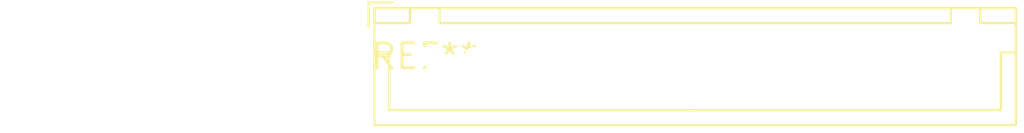
<source format=kicad_pcb>
(kicad_pcb (version 20240108) (generator pcbnew)
  (layers (0 "F.Cu" signal) (31 "B.Cu" signal) (34 "B.Paste" user) (35 "F.Paste" user) (36 "B.SilkS" user "B.Silkscreen") (37 "F.SilkS" user "F.Silkscreen") (38 "B.Mask" user) (39 "F.Mask" user) (44 "Edge.Cuts" user))
  (net 0 "")
  (footprint "JST_XH_B12B-XH-A_1x12_P2.50mm_Vertical" (layer "F.Cu") (at 0 0)
    (property "Reference" "REF**")
    (property "Value" "JST_XH_B12B-XH-A_1x12_P2.50mm_Vertical")
    (fp_line (start -2.85 -2.75) (end -2.85 -1.5) (layer "F.SilkS") (stroke (width 0.12)))
    (fp_line (start -2.56 -2.46) (end -2.56 3.51) (layer "F.SilkS") (stroke (width 0.12)))
    (fp_line (start -2.56 3.51) (end 30.06 3.51) (layer "F.SilkS") (stroke (width 0.12)))
    (fp_line (start -2.55 -2.45) (end -2.55 -1.7) (layer "F.SilkS") (stroke (width 0.12)))
    (fp_line (start -2.55 -1.7) (end -0.75 -1.7) (layer "F.SilkS") (stroke (width 0.12)))
    (fp_line (start -2.55 -0.2) (end -1.8 -0.2) (layer "F.SilkS") (stroke (width 0.12)))
    (fp_line (start -1.8 -0.2) (end -1.8 2.75) (layer "F.SilkS") (stroke (width 0.12)))
    (fp_line (start -1.8 2.75) (end 13.75 2.75) (layer "F.SilkS") (stroke (width 0.12)))
    (fp_line (start -1.6 -2.75) (end -2.85 -2.75) (layer "F.SilkS") (stroke (width 0.12)))
    (fp_line (start -0.75 -2.45) (end -2.55 -2.45) (layer "F.SilkS") (stroke (width 0.12)))
    (fp_line (start -0.75 -1.7) (end -0.75 -2.45) (layer "F.SilkS") (stroke (width 0.12)))
    (fp_line (start 0.75 -2.45) (end 0.75 -1.7) (layer "F.SilkS") (stroke (width 0.12)))
    (fp_line (start 0.75 -1.7) (end 26.75 -1.7) (layer "F.SilkS") (stroke (width 0.12)))
    (fp_line (start 26.75 -2.45) (end 0.75 -2.45) (layer "F.SilkS") (stroke (width 0.12)))
    (fp_line (start 26.75 -1.7) (end 26.75 -2.45) (layer "F.SilkS") (stroke (width 0.12)))
    (fp_line (start 28.25 -2.45) (end 28.25 -1.7) (layer "F.SilkS") (stroke (width 0.12)))
    (fp_line (start 28.25 -1.7) (end 30.05 -1.7) (layer "F.SilkS") (stroke (width 0.12)))
    (fp_line (start 29.3 -0.2) (end 29.3 2.75) (layer "F.SilkS") (stroke (width 0.12)))
    (fp_line (start 29.3 2.75) (end 13.75 2.75) (layer "F.SilkS") (stroke (width 0.12)))
    (fp_line (start 30.05 -2.45) (end 28.25 -2.45) (layer "F.SilkS") (stroke (width 0.12)))
    (fp_line (start 30.05 -1.7) (end 30.05 -2.45) (layer "F.SilkS") (stroke (width 0.12)))
    (fp_line (start 30.05 -0.2) (end 29.3 -0.2) (layer "F.SilkS") (stroke (width 0.12)))
    (fp_line (start 30.06 -2.46) (end -2.56 -2.46) (layer "F.SilkS") (stroke (width 0.12)))
    (fp_line (start 30.06 3.51) (end 30.06 -2.46) (layer "F.SilkS") (stroke (width 0.12)))
    (pad "1" thru_hole roundrect (at 0 0) (size 1.7 1.95) (drill 0.95) (layers *.Cu *.Mask) (remove_unused_layers) (roundrect_rratio 0.147059))
    (pad "2" thru_hole oval (at 2.5 0) (size 1.7 1.95) (drill 0.95) (layers *.Cu *.Mask) (remove_unused_layers))
    (pad "3" thru_hole oval (at 5 0) (size 1.7 1.95) (drill 0.95) (layers *.Cu *.Mask) (remove_unused_layers))
    (pad "4" thru_hole oval (at 7.5 0) (size 1.7 1.95) (drill 0.95) (layers *.Cu *.Mask) (remove_unused_layers))
    (pad "5" thru_hole oval (at 10 0) (size 1.7 1.95) (drill 0.95) (layers *.Cu *.Mask) (remove_unused_layers))
    (pad "6" thru_hole oval (at 12.5 0) (size 1.7 1.95) (drill 0.95) (layers *.Cu *.Mask) (remove_unused_layers))
    (pad "7" thru_hole oval (at 15 0) (size 1.7 1.95) (drill 0.95) (layers *.Cu *.Mask) (remove_unused_layers))
    (pad "8" thru_hole oval (at 17.5 0) (size 1.7 1.95) (drill 0.95) (layers *.Cu *.Mask) (remove_unused_layers))
    (pad "9" thru_hole oval (at 20 0) (size 1.7 1.95) (drill 0.95) (layers *.Cu *.Mask) (remove_unused_layers))
    (pad "10" thru_hole oval (at 22.5 0) (size 1.7 1.95) (drill 0.95) (layers *.Cu *.Mask) (remove_unused_layers))
    (pad "11" thru_hole oval (at 25 0) (size 1.7 1.95) (drill 0.95) (layers *.Cu *.Mask) (remove_unused_layers))
    (pad "12" thru_hole oval (at 27.5 0) (size 1.7 1.95) (drill 0.95) (layers *.Cu *.Mask) (remove_unused_layers))
  )
)
</source>
